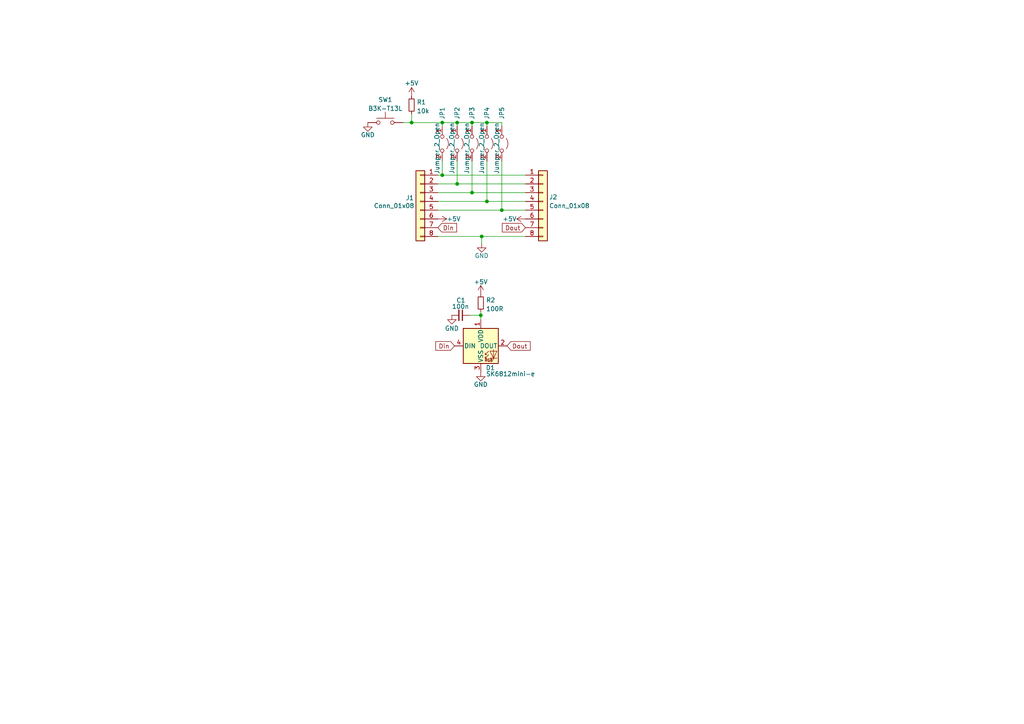
<source format=kicad_sch>
(kicad_sch (version 20211123) (generator eeschema)
  (paper "A4")
  (lib_symbols
    (symbol "Connector_Generic:Conn_01x08" (pin_names (offset 1.016) hide)
      (property "Reference" "J" (at 0 10.16 0))
      (property "Value" "Conn_01x08" (at 0 -12.7 0))
      (symbol "Conn_01x08_1_1"
        (rectangle (start -1.27 -10.033) (end 0 -10.287) (stroke (width 0.1524)))
        (rectangle (start -1.27 -7.493) (end 0 -7.747) (stroke (width 0.1524)))
        (rectangle (start -1.27 -4.953) (end 0 -5.207) (stroke (width 0.1524)))
        (rectangle (start -1.27 -2.413) (end 0 -2.667) (stroke (width 0.1524)))
        (rectangle (start -1.27 0.127) (end 0 -0.127) (stroke (width 0.1524)))
        (rectangle (start -1.27 2.667) (end 0 2.413) (stroke (width 0.1524)))
        (rectangle (start -1.27 5.207) (end 0 4.953) (stroke (width 0.1524)))
        (rectangle (start -1.27 7.747) (end 0 7.493) (stroke (width 0.1524)))
        (rectangle (start -1.27 8.89) (end 1.27 -11.43) (stroke (width 0.254)) (fill (type background)))
        (pin passive line (at -5.08 7.62 0) (length 3.81) (name "Pin_1") (number "1"))
        (pin passive line (at -5.08 5.08 0) (length 3.81) (name "Pin_2") (number "2"))
        (pin passive line (at -5.08 2.54 0) (length 3.81) (name "Pin_3") (number "3"))
        (pin passive line (at -5.08 0 0) (length 3.81) (name "Pin_4") (number "4"))
        (pin passive line (at -5.08 -2.54 0) (length 3.81) (name "Pin_5") (number "5"))
        (pin passive line (at -5.08 -5.08 0) (length 3.81) (name "Pin_6") (number "6"))
        (pin passive line (at -5.08 -7.62 0) (length 3.81) (name "Pin_7") (number "7"))
        (pin passive line (at -5.08 -10.16 0) (length 3.81) (name "Pin_8") (number "8"))
      )
    )
    (symbol "Device:C_Small" (pin_numbers hide) (pin_names (offset 0.254) hide)
      (property "Reference" "C" (at 0.254 1.778 0))
      (property "Value" "C_Small" (at 0.254 -2.032 0))
      (symbol "C_Small_0_1"
        (polyline (pts (xy -1.524 -0.508) (xy 1.524 -0.508)) (stroke (width 0.3302)))
        (polyline (pts (xy -1.524 0.508) (xy 1.524 0.508)) (stroke (width 0.3048)))
      )
      (symbol "C_Small_1_1"
        (pin passive line (at 0 2.54 270) (length 2.032) (name "~") (number "1"))
        (pin passive line (at 0 -2.54 90) (length 2.032) (name "~") (number "2"))
      )
    )
    (symbol "Device:R_Small" (pin_numbers hide) (pin_names (offset 0.254) hide)
      (property "Reference" "R" (at 0.762 0.508 0))
      (property "Value" "R_Small" (at 0.762 -1.016 0))
      (symbol "R_Small_0_1"
        (rectangle (start -0.762 1.778) (end 0.762 -1.778) (stroke (width 0.2032)))
      )
      (symbol "R_Small_1_1"
        (pin passive line (at 0 2.54 270) (length 0.762) (name "~") (number "1"))
        (pin passive line (at 0 -2.54 90) (length 0.762) (name "~") (number "2"))
      )
    )
    (symbol "Jumper:Jumper_2_Open" (pin_names (offset 0) hide)
      (property "Reference" "JP" (at 0 2.794 0))
      (property "Value" "Jumper_2_Open" (at 0 -2.286 0))
      (symbol "Jumper_2_Open_0_0"
        (circle (center -2.032 0) (radius 0.508))
        (circle (center 2.032 0) (radius 0.508))
      )
      (symbol "Jumper_2_Open_0_1"
        (arc (start 1.524 1.27) (mid 0 1.778) (end -1.524 1.27))
      )
      (symbol "Jumper_2_Open_1_1"
        (pin passive line (at -5.08 0 0) (length 2.54) (name "A") (number "1"))
        (pin passive line (at 5.08 0 180) (length 2.54) (name "B") (number "2"))
      )
    )
    (symbol "LED:WS2812B" (pin_names (offset 0.254))
      (property "Reference" "D" (at 5.08 5.715 0))
      (property "Value" "WS2812B" (at 1.27 -5.715 0))
      (symbol "WS2812B_0_0"
        (text "RGB" (at 2.286 -4.191 0) (effects (font (size 0.762 0.762))))
      )
      (symbol "WS2812B_0_1"
        (polyline (pts (xy 1.27 -3.556) (xy 1.778 -3.556)))
        (polyline (pts (xy 1.27 -2.54) (xy 1.778 -2.54)))
        (polyline (pts (xy 4.699 -3.556) (xy 2.667 -3.556)))
        (polyline (pts (xy 2.286 -2.54) (xy 1.27 -3.556) (xy 1.27 -3.048)))
        (polyline (pts (xy 2.286 -1.524) (xy 1.27 -2.54) (xy 1.27 -2.032)))
        (polyline (pts (xy 3.683 -1.016) (xy 3.683 -3.556) (xy 3.683 -4.064)))
        (polyline (pts (xy 4.699 -1.524) (xy 2.667 -1.524) (xy 3.683 -3.556) (xy 4.699 -1.524)))
        (rectangle (start 5.08 5.08) (end -5.08 -5.08) (stroke (width 0.254)) (fill (type background)))
      )
      (symbol "WS2812B_1_1"
        (pin power_in line (at 0 7.62 270) (length 2.54) (name "VDD") (number "1"))
        (pin output line (at 7.62 0 180) (length 2.54) (name "DOUT") (number "2"))
        (pin power_in line (at 0 -7.62 90) (length 2.54) (name "VSS") (number "3"))
        (pin input line (at -7.62 0 0) (length 2.54) (name "DIN") (number "4"))
      )
    )
    (symbol "Switch:SW_Push" (pin_numbers hide) (pin_names (offset 1.016) hide)
      (property "Reference" "SW" (at 1.27 2.54 0))
      (property "Value" "SW_Push" (at 0 -1.524 0))
      (symbol "SW_Push_0_1"
        (circle (center -2.032 0) (radius 0.508))
        (polyline (pts (xy 0 1.27) (xy 0 3.048)))
        (polyline (pts (xy 2.54 1.27) (xy -2.54 1.27)))
        (circle (center 2.032 0) (radius 0.508))
        (pin passive line (at -5.08 0 0) (length 2.54) (name "1") (number "1"))
        (pin passive line (at 5.08 0 180) (length 2.54) (name "2") (number "2"))
      )
    )
    (symbol "power:+5V" (power) (pin_names (offset 0))
      (property "Value" "+5V" (at 0 3.556 0))
      (symbol "+5V_0_1"
        (polyline (pts (xy -0.762 1.27) (xy 0 2.54)))
        (polyline (pts (xy 0 0) (xy 0 2.54)))
        (polyline (pts (xy 0 2.54) (xy 0.762 1.27)))
      )
      (symbol "+5V_1_1"
        (pin power_in line (at 0 0 90) (length 0) hide (name "+5V") (number "1"))
      )
    )
    (symbol "power:GND" (power) (pin_names (offset 0))
      (property "Value" "GND" (at 0 -3.81 0))
      (symbol "GND_0_1"
        (polyline (pts (xy 0 0) (xy 0 -1.27) (xy 1.27 -1.27) (xy 0 -2.54) (xy -1.27 -1.27) (xy 0 -1.27)))
      )
      (symbol "GND_1_1"
        (pin power_in line (at 0 0 270) (length 0) hide (name "GND") (number "1"))
      )
    )
  )
  (junction (at 136.906 55.88))
  (junction (at 132.588 53.34))
  (junction (at 128.27 35.56))
  (junction (at 119.38 35.56))
  (junction (at 132.588 35.56))
  (junction (at 145.542 60.96))
  (junction (at 128.27 50.8))
  (junction (at 136.906 35.56))
  (junction (at 141.224 58.42))
  (junction (at 139.7 68.58))
  (junction (at 141.224 35.56))
  (junction (at 139.446 91.44))
  (wire (pts (xy 127 50.8) (xy 128.27 50.8)))
  (wire (pts (xy 128.27 46.736) (xy 128.27 50.8)))
  (wire (pts (xy 145.542 46.736) (xy 145.542 60.96)))
  (wire (pts (xy 141.224 46.736) (xy 141.224 58.42)))
  (wire (pts (xy 141.224 58.42) (xy 152.4 58.42)))
  (wire (pts (xy 132.588 46.736) (xy 132.588 53.34)))
  (wire (pts (xy 136.906 46.736) (xy 136.906 55.88)))
  (wire (pts (xy 141.224 35.56) (xy 141.224 36.576)))
  (wire (pts (xy 127 60.96) (xy 145.542 60.96)))
  (wire (pts (xy 127 58.42) (xy 141.224 58.42)))
  (wire (pts (xy 127 53.34) (xy 132.588 53.34)))
  (wire (pts (xy 141.224 35.56) (xy 136.906 35.56)))
  (wire (pts (xy 128.27 35.56) (xy 119.38 35.56)))
  (wire (pts (xy 132.588 35.56) (xy 132.588 36.576)))
  (wire (pts (xy 127 55.88) (xy 136.906 55.88)))
  (wire (pts (xy 136.906 55.88) (xy 152.4 55.88)))
  (wire (pts (xy 139.7 68.58) (xy 139.7 70.612)))
  (wire (pts (xy 136.906 35.56) (xy 136.906 36.576)))
  (wire (pts (xy 145.542 36.576) (xy 145.542 35.56)))
  (wire (pts (xy 145.542 60.96) (xy 152.4 60.96)))
  (wire (pts (xy 145.542 35.56) (xy 141.224 35.56)))
  (wire (pts (xy 127 68.58) (xy 139.7 68.58)))
  (wire (pts (xy 119.38 33.02) (xy 119.38 35.56)))
  (wire (pts (xy 132.588 53.34) (xy 152.4 53.34)))
  (wire (pts (xy 128.27 35.56) (xy 128.27 36.576)))
  (wire (pts (xy 119.38 35.56) (xy 116.84 35.56)))
  (wire (pts (xy 139.446 90.424) (xy 139.446 91.44)))
  (wire (pts (xy 139.446 91.44) (xy 139.446 92.71)))
  (wire (pts (xy 136.144 91.44) (xy 139.446 91.44)))
  (wire (pts (xy 128.27 50.8) (xy 152.4 50.8)))
  (wire (pts (xy 132.588 35.56) (xy 128.27 35.56)))
  (wire (pts (xy 136.906 35.56) (xy 132.588 35.56)))
  (wire (pts (xy 139.7 68.58) (xy 152.4 68.58)))
  (global_label "Dout" (shape input) (at 152.4 66.04 180) (property "Intersheet References" "${INTERSHEET_REFS}" (effects hide)))
  (global_label "Din" (shape input) (at 127 66.04 0) (property "Intersheet References" "${INTERSHEET_REFS}" (effects hide)))
  (global_label "Din" (shape input) (at 131.826 100.33 180) (property "Intersheet References" "${INTERSHEET_REFS}" (effects hide)))
  (global_label "Dout" (shape input) (at 147.066 100.33 0) (property "Intersheet References" "${INTERSHEET_REFS}" (effects hide)))
  (symbol (lib_id "Connector_Generic:Conn_01x08") (at 157.48 58.42 0) (unit 1)
    (property "Reference" "J2" (at 159.258 57.15 0) (effects (justify left)))
    (property "Value" "Conn_01x08" (at 159.258 59.69 0) (effects (justify left)))
    (property "Footprint" "Connector_FFC-FPC:JUSHUO AFC11-S08ICC-00" (effects hide))
    (property "LCSC" "C262301" (effects hide))
  )
  (symbol (lib_id "power:+5V") (at 119.38 27.94 0) (mirror y) (unit 1)
    (property "Reference" "#PWR0107" (effects hide))
    (property "Value" "+5V" (at 119.38 24.13 0))
  )
  (symbol (lib_id "power:GND") (at 139.7 70.612 0) (unit 1)
    (property "Reference" "#PWR0101" (effects hide))
    (property "Value" "GND" (at 139.7 74.168 0))
  )
  (symbol (lib_id "Device:R_Small") (at 119.38 30.48 0) (unit 1)
    (property "Reference" "R1" (at 120.8786 29.6453 0) (effects (justify left)))
    (property "Value" "10k" (at 120.8786 32.1822 0) (effects (justify left)))
    (property "Footprint" "Resistor_SMD:R_0402_1005Metric" (effects hide))
    (property "LCSC" "C144807" (effects hide))
  )
  (symbol (lib_id "Connector_Generic:Conn_01x08") (at 121.92 58.42 0) (mirror y) (unit 1)
    (property "Reference" "J1" (at 118.872 57.404 0))
    (property "Value" "Conn_01x08" (at 114.3 59.69 0))
    (property "Footprint" "Connector_FFC-FPC:JUSHUO AFC11-S08ICC-00" (effects hide))
    (property "LCSC" "C262301" (effects hide))
  )
  (symbol (lib_id "power:GND") (at 106.68 35.56 0) (unit 1)
    (property "Reference" "#PWR0106" (effects hide))
    (property "Value" "GND" (at 106.68 39.116 0))
  )
  (symbol (lib_id "power:+5V") (at 139.446 85.344 0) (unit 1)
    (property "Reference" "#PWR0103" (effects hide))
    (property "Value" "+5V" (at 139.446 81.7682 0))
  )
  (symbol (lib_id "Jumper:Jumper_2_Open") (at 141.224 41.656 270) (unit 1) (in_bom no)
    (property "Reference" "JP4" (at 141.224 30.988 0) (effects (justify left)))
    (property "Value" "Jumper_2_Open" (at 139.7 35.56 0) (effects (justify left)))
    (property "Footprint" "Jumper:SolderJumper-2_P1.3mm_Open_Pad1.0x1.5mm" (effects hide))
  )
  (symbol (lib_id "Device:C_Small") (at 133.604 91.44 270) (mirror x) (unit 1)
    (property "Reference" "C1" (at 132.334 87.122 90) (effects (justify left)))
    (property "Value" "100n" (at 131.064 88.9 90) (effects (justify left)))
    (property "Footprint" "Capacitor_SMD:C_0402_1005Metric" (effects hide))
    (property "LCSC" "C60474" (effects hide))
  )
  (symbol (lib_id "power:+5V") (at 152.4 63.5 90) (unit 1)
    (property "Reference" "#PWR0105" (effects hide))
    (property "Value" "+5V" (at 149.86 63.5 90) (effects (justify left)))
  )
  (symbol (lib_id "Jumper:Jumper_2_Open") (at 145.542 41.656 270) (unit 1) (in_bom no)
    (property "Reference" "JP5" (at 145.542 30.988 0) (effects (justify left)))
    (property "Value" "Jumper_2_Open" (at 144.018 35.56 0) (effects (justify left)))
    (property "Footprint" "Jumper:SolderJumper-2_P1.3mm_Open_Pad1.0x1.5mm" (effects hide))
  )
  (symbol (lib_id "LED:WS2812B") (at 139.446 100.33 0) (unit 1)
    (property "Reference" "D1" (at 142.24 106.68 0))
    (property "Value" "SK6812mini-e" (at 148.082 108.458 0))
    (property "Footprint" "LED_SMD:SK6812MINI-E" (effects hide))
    (property "Datasheet" "https://www.adafruit.com/product/4960" (effects hide))
    (property "LCSC" "C784561" (effects hide))
  )
  (symbol (lib_id "Jumper:Jumper_2_Open") (at 136.906 41.656 270) (unit 1) (in_bom no)
    (property "Reference" "JP3" (at 136.906 30.988 0) (effects (justify left)))
    (property "Value" "Jumper_2_Open" (at 135.382 35.56 0) (effects (justify left)))
    (property "Footprint" "Jumper:SolderJumper-2_P1.3mm_Open_Pad1.0x1.5mm" (effects hide))
  )
  (symbol (lib_id "Switch:SW_Push") (at 111.76 35.56 0) (mirror y) (unit 1) (in_bom no)
    (property "Reference" "SW1" (at 111.76 28.9392 0))
    (property "Value" "B3K-T13L" (at 111.76 31.4761 0))
    (property "Footprint" "Button_Switch_THT:B3K-T13L" (effects hide))
  )
  (symbol (lib_id "power:+5V") (at 127 63.5 270) (unit 1)
    (property "Reference" "#PWR0102" (effects hide))
    (property "Value" "+5V" (at 129.54 63.5 90) (effects (justify left)))
  )
  (symbol (lib_id "Jumper:Jumper_2_Open") (at 128.27 41.656 270) (unit 1) (in_bom no)
    (property "Reference" "JP1" (at 128.27 30.988 0) (effects (justify left)))
    (property "Value" "Jumper_2_Open" (at 126.746 35.56 0) (effects (justify left)))
    (property "Footprint" "Jumper:SolderJumper-2_P1.3mm_Open_Pad1.0x1.5mm" (effects hide))
  )
  (symbol (lib_id "power:GND") (at 139.446 107.95 0) (unit 1)
    (property "Reference" "#PWR0104" (effects hide))
    (property "Value" "GND" (at 139.446 111.506 0))
  )
  (symbol (lib_id "power:GND") (at 131.064 91.44 0) (mirror y) (unit 1)
    (property "Reference" "#PWR0108" (effects hide))
    (property "Value" "GND" (at 131.064 95.25 0))
  )
  (symbol (lib_id "Jumper:Jumper_2_Open") (at 132.588 41.656 270) (unit 1) (in_bom no)
    (property "Reference" "JP2" (at 132.588 30.988 0) (effects (justify left)))
    (property "Value" "Jumper_2_Open" (at 131.064 35.56 0) (effects (justify left)))
    (property "Footprint" "Jumper:SolderJumper-2_P1.3mm_Open_Pad1.0x1.5mm" (effects hide))
  )
  (symbol (lib_id "Device:R_Small") (at 139.446 87.884 0) (unit 1)
    (property "Reference" "R2" (at 140.9446 87.0493 0) (effects (justify left)))
    (property "Value" "100R" (at 140.9446 89.5862 0) (effects (justify left)))
    (property "Footprint" "Resistor_SMD:R_0402_1005Metric" (effects hide))
    (property "LCSC" "C25076" (effects hide))
  )
)
</source>
